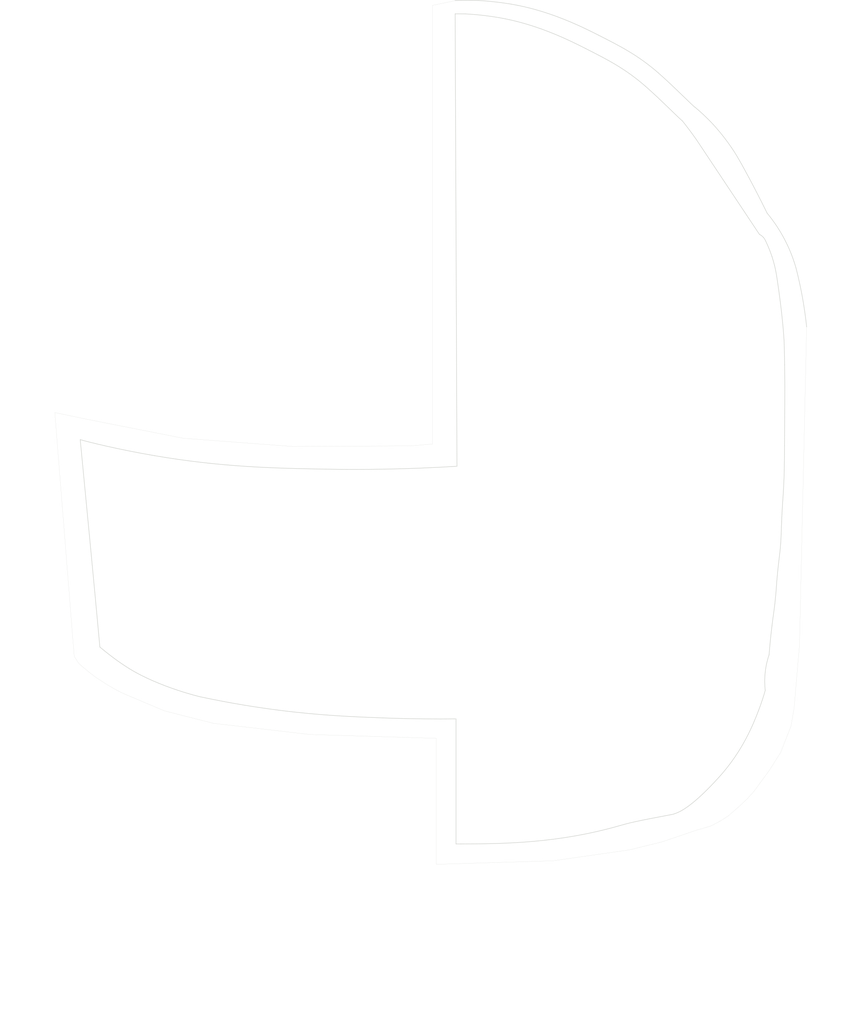
<source format=kicad_pcb>
(kicad_pcb (version 20171130) (host pcbnew "(5.1.9)-1")

  (general
    (thickness 1.6)
    (drawings 265)
    (tracks 0)
    (zones 0)
    (modules 0)
    (nets 1)
  )

  (page A0)
  (layers
    (0 F.Cu signal)
    (31 B.Cu signal)
    (32 B.Adhes user)
    (33 F.Adhes user)
    (34 B.Paste user)
    (35 F.Paste user)
    (36 B.SilkS user)
    (37 F.SilkS user)
    (38 B.Mask user)
    (39 F.Mask user)
    (40 Dwgs.User user hide)
    (41 Cmts.User user)
    (42 Eco1.User user)
    (43 Eco2.User user)
    (44 Edge.Cuts user)
    (45 Margin user)
    (46 B.CrtYd user)
    (47 F.CrtYd user)
    (48 B.Fab user)
    (49 F.Fab user)
  )

  (setup
    (last_trace_width 0.25)
    (trace_clearance 0.2)
    (zone_clearance 0.508)
    (zone_45_only no)
    (trace_min 0.2)
    (via_size 0.8)
    (via_drill 0.4)
    (via_min_size 0.4)
    (via_min_drill 0.3)
    (uvia_size 0.3)
    (uvia_drill 0.1)
    (uvias_allowed no)
    (uvia_min_size 0.2)
    (uvia_min_drill 0.1)
    (edge_width 0.05)
    (segment_width 0.2)
    (pcb_text_width 0.3)
    (pcb_text_size 1.5 1.5)
    (mod_edge_width 0.12)
    (mod_text_size 1 1)
    (mod_text_width 0.15)
    (pad_size 1.524 1.524)
    (pad_drill 0.762)
    (pad_to_mask_clearance 0)
    (aux_axis_origin 0 0)
    (visible_elements 7FFFFFFF)
    (pcbplotparams
      (layerselection 0x010fc_ffffffff)
      (usegerberextensions false)
      (usegerberattributes true)
      (usegerberadvancedattributes true)
      (creategerberjobfile true)
      (excludeedgelayer true)
      (linewidth 0.100000)
      (plotframeref false)
      (viasonmask false)
      (mode 1)
      (useauxorigin false)
      (hpglpennumber 1)
      (hpglpenspeed 20)
      (hpglpendiameter 15.000000)
      (psnegative false)
      (psa4output false)
      (plotreference true)
      (plotvalue true)
      (plotinvisibletext false)
      (padsonsilk false)
      (subtractmaskfromsilk false)
      (outputformat 1)
      (mirror false)
      (drillshape 1)
      (scaleselection 1)
      (outputdirectory ""))
  )

  (net 0 "")

  (net_class Default "This is the default net class."
    (clearance 0.2)
    (trace_width 0.25)
    (via_dia 0.8)
    (via_drill 0.4)
    (uvia_dia 0.3)
    (uvia_drill 0.1)
  )

  (gr_line (start 198.1 32.3) (end 199.462513 31.95767) (layer Edge.Cuts) (width 0.05) (tstamp 621FF338))
  (gr_line (start 196 32.7) (end 198.1 32.3) (layer Edge.Cuts) (width 0.05))
  (gr_line (start 194.1 33.1) (end 196 32.7) (layer Edge.Cuts) (width 0.05))
  (gr_line (start 192.7 33.4) (end 194.1 33.1) (layer Edge.Cuts) (width 0.05))
  (gr_line (start 191.2 33.7) (end 192.7 33.4) (layer Edge.Cuts) (width 0.05))
  (gr_line (start 263.4 342.7) (end 275.2 339.8) (layer Edge.Cuts) (width 0.05) (tstamp 621FF2E0))
  (gr_line (start 289.8 335) (end 288.5 335.3) (layer Edge.Cuts) (width 0.05) (tstamp 621FF2AA))
  (gr_line (start 293.3 333.9) (end 289.8 335) (layer Edge.Cuts) (width 0.05))
  (gr_line (start 296.7 332.1) (end 293.3 333.9) (layer Edge.Cuts) (width 0.05))
  (gr_line (start 299.5 330.3) (end 296.7 332.1) (layer Edge.Cuts) (width 0.05))
  (gr_line (start 303.3 327) (end 299.5 330.3) (layer Edge.Cuts) (width 0.05))
  (gr_line (start 306.5 324) (end 303.3 327) (layer Edge.Cuts) (width 0.05))
  (gr_line (start 309 321.2) (end 306.5 324) (layer Edge.Cuts) (width 0.05))
  (gr_line (start 314.5 313.7) (end 309 321.2) (layer Edge.Cuts) (width 0.05))
  (gr_line (start 318.7 307.1) (end 314.5 313.7) (layer Edge.Cuts) (width 0.05))
  (gr_line (start 322.5 297.4) (end 318.7 307.1) (layer Edge.Cuts) (width 0.05))
  (gr_line (start 323.6 291.1) (end 322.5 297.4) (layer Edge.Cuts) (width 0.05))
  (gr_line (start 325.6 267.9) (end 323.6 291.1) (layer Edge.Cuts) (width 0.05))
  (gr_line (start 61.6 274.4) (end 60 271.9) (layer Edge.Cuts) (width 0.05) (tstamp 621FF25D))
  (gr_line (start 62.8 275.5) (end 61.6 274.4) (layer Edge.Cuts) (width 0.05))
  (gr_line (start 63.9 276.4) (end 62.8 275.5) (layer Edge.Cuts) (width 0.05))
  (gr_line (start 65.1 277.4) (end 63.9 276.4) (layer Edge.Cuts) (width 0.05))
  (gr_line (start 66.1 278.2) (end 65.1 277.4) (layer Edge.Cuts) (width 0.05))
  (gr_line (start 67.4 279.2) (end 66.1 278.2) (layer Edge.Cuts) (width 0.05))
  (gr_line (start 68.4 279.9) (end 67.4 279.2) (layer Edge.Cuts) (width 0.05))
  (gr_line (start 71.8 282.1) (end 68.4 279.9) (layer Edge.Cuts) (width 0.05))
  (gr_line (start 72.8 282.7) (end 71.8 282.1) (layer Edge.Cuts) (width 0.05))
  (gr_line (start 74 283.4) (end 72.8 282.7) (layer Edge.Cuts) (width 0.05))
  (gr_line (start 74.9 283.9) (end 74 283.4) (layer Edge.Cuts) (width 0.05))
  (gr_line (start 75.8 284.4) (end 74.9 283.9) (layer Edge.Cuts) (width 0.05))
  (gr_line (start 76.8 284.9) (end 75.8 284.4) (layer Edge.Cuts) (width 0.05))
  (gr_line (start 77.6 285.3) (end 76.8 284.9) (layer Edge.Cuts) (width 0.05))
  (gr_line (start 79.2 286) (end 77.6 285.3) (layer Edge.Cuts) (width 0.05))
  (gr_curve (pts (xy 58.7 157.254166) (xy 61.961558 151.391744) (xy 66.381486 144.974705) (xy 68.225 143.143055)) (layer Cmts.User) (width 0.2))
  (gr_curve (pts (xy 37.533333 195.354166) (xy 38.372946 194.129704) (xy 39.275679 193.118741) (xy 40.143467 192.291186)) (layer Cmts.User) (width 0.2))
  (gr_curve (pts (xy 43.177778 264.145833) (xy 41.83025 261.906069) (xy 40.798638 259.754219) (xy 40.002778 257.795833)) (layer Cmts.User) (width 0.2))
  (gr_curve (pts (xy 69.636111 141.379166) (xy 70.300239 140.298591) (xy 70.574318 139.341037) (xy 70.694444 138.909722)) (layer Cmts.User) (width 0.2))
  (gr_curve (pts (xy 52.35 275.081944) (xy 49.548459 272.629467) (xy 46.134865 269.060886) (xy 43.177778 264.145833)) (layer Cmts.User) (width 0.2))
  (gr_curve (pts (xy 32.947222 227.456944) (xy 32.806081 219.937776) (xy 33.279954 213.173525) (xy 34.005555 207.348611)) (layer Cmts.User) (width 0.2))
  (gr_curve (pts (xy 79.161111 286.018055) (xy 76.010205 284.594197) (xy 72.378385 282.659626) (xy 68.577778 280.020833)) (layer Cmts.User) (width 0.2))
  (gr_curve (pts (xy 55.877778 275.081944) (xy 54.620393 275.141846) (xy 53.44034 275.133836) (xy 52.35 275.081944)) (layer Cmts.User) (width 0.2))
  (gr_curve (pts (xy 68.577778 280.020833) (xy 65.842587 278.121767) (xy 63.499599 276.190985) (xy 61.522222 274.376389)) (layer Cmts.User) (width 0.2))
  (gr_curve (pts (xy 44.588889 182.301389) (xy 45.877408 180.683626) (xy 47.745942 178.472004) (xy 50.233333 175.951389)) (layer Cmts.User) (width 0.2))
  (gr_curve (pts (xy 68.225 143.143055) (xy 68.40324 142.965956) (xy 69.034985 142.357208) (xy 69.636111 141.379166)) (layer Cmts.User) (width 0.2))
  (gr_curve (pts (xy 34.005555 207.348611) (xy 34.000592 204.78419) (xy 34.391751 199.935756) (xy 37.533333 195.354166)) (layer Cmts.User) (width 0.2))
  (gr_curve (pts (xy 61.522222 274.376389) (xy 59.879407 274.710929) (xy 57.98469 274.981563) (xy 55.877778 275.081944)) (layer Cmts.User) (width 0.2))
  (gr_curve (pts (xy 50.233333 175.951389) (xy 51.076649 173.779848) (xy 52.252159 170.87264) (xy 53.761111 167.484722)) (layer Cmts.User) (width 0.2))
  (gr_curve (pts (xy 34.711111 247.2125) (xy 33.791798 241.491316) (xy 33.086027 234.851626) (xy 32.947222 227.456944)) (layer Cmts.User) (width 0.2))
  (gr_curve (pts (xy 40.002778 257.795833) (xy 39.138758 257.063987) (xy 38.109202 256.027767) (xy 37.180555 254.620833)) (layer Cmts.User) (width 0.2))
  (gr_curve (pts (xy 37.180555 254.620833) (xy 35.252002 251.699048) (xy 34.820719 248.787662) (xy 34.711111 247.2125)) (layer Cmts.User) (width 0.2))
  (gr_curve (pts (xy 82.688889 306.126389) (xy 81.443767 299.35064) (xy 80.269054 292.646936) (xy 79.161111 286.018055)) (layer Cmts.User) (width 0.2))
  (gr_curve (pts (xy 53.761111 167.484722) (xy 55.604958 163.34488) (xy 56.78317 160.699542) (xy 58.7 157.254166)) (layer Cmts.User) (width 0.2))
  (gr_curve (pts (xy 40.143467 192.291186) (xy 40.313784 190.719178) (xy 40.766039 188.348113) (xy 42.119444 185.829167)) (layer Cmts.User) (width 0.2))
  (gr_curve (pts (xy 42.119444 185.829167) (xy 42.496499 185.127401) (xy 43.020961 184.269959) (xy 44.588889 182.301389)) (layer Cmts.User) (width 0.2))
  (gr_curve (pts (xy 85.158333 319.179167) (xy 84.319194 314.867673) (xy 83.495644 310.516625) (xy 82.688889 306.126389)) (layer Cmts.User) (width 0.2))
  (gr_curve (pts (xy 70.694444 138.909722) (xy 71.603627 135.645053) (xy 72.058207 134.012723) (xy 72.256278 132.268375)) (layer Cmts.User) (width 0.2))
  (gr_curve (pts (xy 199.811111 294.8375) (xy 199.874845 300.736451) (xy 199.946719 309.531241) (xy 199.943446 320.22809)) (layer Cmts.User) (width 0.2))
  (gr_curve (pts (xy 152.186111 203.468055) (xy 132.971306 203.128563) (xy 113.870469 202.713461) (xy 89.391666 198.529167)) (layer Cmts.User) (width 0.2))
  (gr_curve (pts (xy 104.561111 74.351389) (xy 109.90383 69.262434) (xy 114.890046 65.888784) (xy 120.083333 62.709722)) (layer Cmts.User) (width 0.2))
  (gr_curve (pts (xy 259.783333 337.7) (xy 263.032446 336.768963) (xy 264.886295 336.237751) (xy 267.544444 335.230555)) (layer Cmts.User) (width 0.2))
  (gr_curve (pts (xy 201.575 344.402778) (xy 217.32546 344.359822) (xy 237.187598 344.174755) (xy 259.783333 337.7)) (layer Cmts.User) (width 0.2))
  (gr_curve (pts (xy 173 294.484722) (xy 183.861912 294.888035) (xy 193.031723 294.911957) (xy 199.811111 294.8375)) (layer Cmts.User) (width 0.2))
  (gr_curve (pts (xy 134.9 291.6625) (xy 150.214849 293.611024) (xy 162.169481 294.082593) (xy 173 294.484722)) (layer Cmts.User) (width 0.2))
  (gr_curve (pts (xy 199.458333 32.018056) (xy 199.693526 88.815278) (xy 199.928696 145.6125) (xy 200.163889 202.409722)) (layer Cmts.User) (width 0.2))
  (gr_curve (pts (xy 120.083333 62.709722) (xy 143.628688 48.296476) (xy 167.002735 40.484734) (xy 167.002778 40.484723)) (layer Cmts.User) (width 0.2))
  (gr_curve (pts (xy 64.697222 264.145833) (xy 66.612975 266.091774) (xy 68.971509 268.292996) (xy 71.79582 270.560386)) (layer Cmts.User) (width 0.2))
  (gr_curve (pts (xy 105.972222 286.723611) (xy 117.646531 289.225741) (xy 127.5478 290.72707) (xy 134.9 291.6625)) (layer Cmts.User) (width 0.2))
  (gr_curve (pts (xy 167.002778 40.484723) (xy 175.235802 37.702793) (xy 186.205912 34.501217) (xy 199.458333 32.018056)) (layer Cmts.User) (width 0.2))
  (gr_curve (pts (xy 200.163889 202.409722) (xy 181.020182 203.58661) (xy 164.710777 203.689349) (xy 152.186111 203.468055)) (layer Cmts.User) (width 0.2))
  (gr_curve (pts (xy 199.811111 344.226389) (xy 199.728773 364.921034) (xy 199.728773 385.617316) (xy 199.811111 406.315278)) (layer Cmts.User) (width 0.2))
  (gr_curve (pts (xy 199.943446 320.22809) (xy 199.939742 332.30483) (xy 199.823169 341.195028) (xy 199.811111 344.226389)) (layer Cmts.User) (width 0.2))
  (gr_curve (pts (xy 80.219444 276.493055) (xy 91.185894 283.228045) (xy 105.972179 286.723611) (xy 105.972222 286.723611)) (layer Cmts.User) (width 0.2))
  (gr_curve (pts (xy 71.79582 270.560386) (xy 71.795841 270.560407) (xy 75.830952 273.797893) (xy 80.219444 276.493055)) (layer Cmts.User) (width 0.2))
  (gr_curve (pts (xy 57.641666 191.473611) (xy 59.993515 215.697681) (xy 62.345363 239.921752) (xy 64.697222 264.145833)) (layer Cmts.User) (width 0.2))
  (gr_curve (pts (xy 89.391666 198.529167) (xy 75.959799 196.233183) (xy 65.025023 193.504527) (xy 57.641666 191.473611)) (layer Cmts.User) (width 0.2))
  (gr_curve (pts (xy 77.75 115.273611) (xy 79.630462 110.561226) (xy 84.752996 98.624665) (xy 94.683333 85.640278)) (layer Cmts.User) (width 0.2))
  (gr_curve (pts (xy 94.683333 85.640278) (xy 97.242329 82.294256) (xy 100.07086 78.628356) (xy 104.561111 74.351389)) (layer Cmts.User) (width 0.2))
  (gr_curve (pts (xy 72.256278 132.268375) (xy 72.768586 127.756844) (xy 75.943672 119.800186) (xy 77.75 115.273611)) (layer Cmts.User) (width 0.2))
  (gr_curve (pts (xy 267.544444 335.230555) (xy 272.393631 333.393135) (xy 284.997643 328.45289) (xy 296.119444 316.180555)) (layer Cmts.User) (width 0.2))
  (gr_curve (pts (xy 315.522222 260.794444) (xy 316.013062 256.755802) (xy 316.17145 256.267589) (xy 316.580555 252.680555)) (layer Cmts.User) (width 0.2))
  (gr_curve (pts (xy 319.755555 210.7) (xy 320.070868 205.05323) (xy 320.078791 201.143208) (xy 320.108333 194.825)) (layer Cmts.User) (width 0.2))
  (gr_curve (pts (xy 312.347222 118.625) (xy 311.840965 118.059444) (xy 311.295348 117.73961) (xy 310.936111 117.566666)) (layer Cmts.User) (width 0.2))
  (gr_curve (pts (xy 318.697222 230.808333) (xy 318.913703 227.795748) (xy 318.880286 226.791589) (xy 319.05 222.694444)) (layer Cmts.User) (width 0.2))
  (gr_curve (pts (xy 313.052778 284.430555) (xy 312.853953 282.645587) (xy 312.759772 280.357204) (xy 313.052778 277.727778)) (layer Cmts.User) (width 0.2))
  (gr_curve (pts (xy 320.154885 165.313364) (xy 320.080299 160.748129) (xy 320.043006 158.465516) (xy 319.931944 156.195833)) (layer Cmts.User) (width 0.2))
  (gr_curve (pts (xy 316.580555 252.680555) (xy 317.19051 247.332303) (xy 317.008996 246.921152) (xy 317.638889 240.686111)) (layer Cmts.User) (width 0.2))
  (gr_curve (pts (xy 313.052778 119.683333) (xy 312.911227 119.387916) (xy 312.690095 119.00803) (xy 312.347222 118.625)) (layer Cmts.User) (width 0.2))
  (gr_curve (pts (xy 317.286111 133.088889) (xy 317.157652 132.25847) (xy 316.921103 130.794757) (xy 316.453604 128.909751)) (layer Cmts.User) (width 0.2))
  (gr_curve (pts (xy 319.05 222.694444) (xy 319.288056 216.947788) (xy 319.518791 214.940309) (xy 319.755555 210.7)) (layer Cmts.User) (width 0.2))
  (gr_curve (pts (xy 309.172222 111.569444) (xy 308.169139 108.533298) (xy 307.003319 105.347058) (xy 305.644444 102.044444)) (layer Cmts.User) (width 0.2))
  (gr_curve (pts (xy 296.119444 316.180555) (xy 304.770337 306.634777) (xy 308.59547 296.988338) (xy 310.583333 291.838889)) (layer Cmts.User) (width 0.2))
  (gr_curve (pts (xy 299.294444 88.638889) (xy 297.376775 85.276266) (xy 295.158263 81.720836) (xy 292.591666 78.055555)) (layer Cmts.User) (width 0.2))
  (gr_curve (pts (xy 305.644444 102.044444) (xy 303.613474 97.108344) (xy 301.449825 92.637724) (xy 299.294444 88.638889)) (layer Cmts.User) (width 0.2))
  (gr_curve (pts (xy 314.463889 271.377778) (xy 314.650656 268.984556) (xy 314.973591 265.308639) (xy 315.522222 260.794444)) (layer Cmts.User) (width 0.2))
  (gr_curve (pts (xy 310.936111 117.566666) (xy 310.348162 115.567591) (xy 309.760171 113.56852) (xy 309.172222 111.569444)) (layer Cmts.User) (width 0.2))
  (gr_curve (pts (xy 319.931944 156.195833) (xy 319.931944 156.195801) (xy 319.502298 147.414037) (xy 317.286111 133.088889)) (layer Cmts.User) (width 0.2))
  (gr_curve (pts (xy 310.583333 291.838889) (xy 311.730636 288.866826) (xy 312.524128 286.304235) (xy 313.052778 284.430555)) (layer Cmts.User) (width 0.2))
  (gr_curve (pts (xy 315.522222 125.680555) (xy 314.68347 123.136051) (xy 313.75773 121.095908) (xy 313.052778 119.683333)) (layer Cmts.User) (width 0.2))
  (gr_curve (pts (xy 316.453604 128.909751) (xy 316.211198 127.932383) (xy 315.907039 126.847915) (xy 315.522222 125.680555)) (layer Cmts.User) (width 0.2))
  (gr_curve (pts (xy 317.638889 240.686111) (xy 318.20031 235.128698) (xy 318.409557 234.811491) (xy 318.697222 230.808333)) (layer Cmts.User) (width 0.2))
  (gr_curve (pts (xy 313.052778 277.727778) (xy 313.335878 275.187321) (xy 313.901003 273.041027) (xy 314.463889 271.377778)) (layer Cmts.User) (width 0.2))
  (gr_curve (pts (xy 320.108333 194.825) (xy 320.158847 184.018263) (xy 320.331317 176.110046) (xy 320.154885 165.313364)) (layer Cmts.User) (width 0.2))
  (gr_curve (pts (xy 89.391666 328.351389) (xy 87.347218 324.65521) (xy 86.001542 321.425692) (xy 85.158333 319.179167)) (layer Cmts.User) (width 0.2))
  (gr_curve (pts (xy 94.330555 336.1125) (xy 91.226158 331.551624) (xy 90.173014 329.764007) (xy 89.391666 328.351389)) (layer Cmts.User) (width 0.2))
  (gr_curve (pts (xy 123.258333 371.390278) (xy 108.691716 355.347222) (xy 105.173197 351.127669) (xy 102.091667 347.048611)) (layer Cmts.User) (width 0.2))
  (gr_curve (pts (xy 155.713889 402.7875) (xy 153.825976 402.121046) (xy 152.061592 401.406081) (xy 150.422222 400.670833)) (layer Cmts.User) (width 0.2))
  (gr_curve (pts (xy 168.413889 405.9625) (xy 164.63225 405.386092) (xy 160.325429 404.415394) (xy 155.713889 402.7875)) (layer Cmts.User) (width 0.2))
  (gr_curve (pts (xy 102.091667 347.048611) (xy 98.886177 342.805481) (xy 95.628538 338.019468) (xy 94.330555 336.1125)) (layer Cmts.User) (width 0.2))
  (gr_curve (pts (xy 144.072222 393.968055) (xy 139.860464 389.494384) (xy 133.81262 383.014331) (xy 123.258333 371.390278)) (layer Cmts.User) (width 0.2))
  (gr_curve (pts (xy 199.811111 406.315278) (xy 189.383065 406.198101) (xy 178.889627 406.080236) (xy 168.413889 405.9625)) (layer Cmts.User) (width 0.2))
  (gr_curve (pts (xy 150.422222 400.670833) (xy 148.861077 399.033293) (xy 146.673807 396.73141) (xy 144.072222 393.968055)) (layer Cmts.User) (width 0.2))
  (gr_curve (pts (xy 345.155555 167.661111) (xy 345.932769 170.649344) (xy 346.159628 173.231238) (xy 346.213889 175.069444)) (layer Cmts.User) (width 0.2))
  (gr_curve (pts (xy 294.002778 77.35) (xy 294.917149 78.33857) (xy 297.622152 81.320236) (xy 300.705555 85.816666)) (layer Cmts.User) (width 0.2))
  (gr_curve (pts (xy 327.869444 323.236111) (xy 327.881674 323.454875) (xy 327.914532 324.465859) (xy 327.163889 325.352778)) (layer Cmts.User) (width 0.2))
  (gr_curve (pts (xy 324.341666 129.913889) (xy 324.839655 131.850151) (xy 325.312451 133.849684) (xy 325.752778 135.911111)) (layer Cmts.User) (width 0.2))
  (gr_curve (pts (xy 310.583333 341.933333) (xy 310.428304 343.385032) (xy 310.063856 345.368696) (xy 309.172222 347.577778)) (layer Cmts.User) (width 0.2))
  (gr_curve (pts (xy 319.402778 328.175) (xy 317.299288 328.75201) (xy 315.292822 329.214428) (xy 313.405555 329.586111)) (layer Cmts.User) (width 0.2))
  (gr_curve (pts (xy 199.811111 406.138889) (xy 199.811111 385.560192) (xy 199.811111 364.981474) (xy 199.811111 344.402778)) (layer Cmts.User) (width 0.2))
  (gr_curve (pts (xy 219.566667 406.138889) (xy 212.689653 406.39206) (xy 206.094836 406.369925) (xy 199.811111 406.138889)) (layer Cmts.User) (width 0.2))
  (gr_curve (pts (xy 268.602778 393.086111) (xy 257.875956 400.515976) (xy 247.403339 402.788533) (xy 241.438889 404.022222)) (layer Cmts.User) (width 0.2))
  (gr_curve (pts (xy 226.622222 405.786111) (xy 224.310606 405.932226) (xy 221.958381 406.050823) (xy 219.566667 406.138889)) (layer Cmts.User) (width 0.2))
  (gr_curve (pts (xy 241.438889 404.022222) (xy 237.817426 404.771315) (xy 232.765602 405.575616) (xy 226.622222 405.786111)) (layer Cmts.User) (width 0.2))
  (gr_curve (pts (xy 276.363889 386.736111) (xy 274.658954 388.375309) (xy 272.05528 390.694763) (xy 268.602778 393.086111)) (layer Cmts.User) (width 0.2))
  (gr_curve (pts (xy 306.35 352.516667) (xy 303.179952 358.436223) (xy 298.460257 365.836547) (xy 291.533333 373.330555)) (layer Cmts.User) (width 0.2))
  (gr_curve (pts (xy 331.044444 305.597222) (xy 329.709943 313.089271) (xy 328.599331 319.223587) (xy 327.869444 323.236111)) (layer Cmts.User) (width 0.2))
  (gr_curve (pts (xy 325.752778 135.911111) (xy 326.919502 141.373374) (xy 327.708558 146.57) (xy 328.222222 151.433333)) (layer Cmts.User) (width 0.2))
  (gr_curve (pts (xy 335.630555 156.019444) (xy 339.668035 158.368623) (xy 340.66806 158.71057) (xy 341.980555 160.252778)) (layer Cmts.User) (width 0.2))
  (gr_curve (pts (xy 345.508333 206.466667) (xy 344.836927 214.399989) (xy 343.751765 225.562077) (xy 341.980555 238.922222)) (layer Cmts.User) (width 0.2))
  (gr_curve (pts (xy 307.055555 96.752778) (xy 308.840459 100.089051) (xy 311.14863 104.50871) (xy 313.758333 109.805555)) (layer Cmts.User) (width 0.2))
  (gr_curve (pts (xy 312.347222 335.936111) (xy 311.832266 338.170772) (xy 311.215853 340.176657) (xy 310.583333 341.933333)) (layer Cmts.User) (width 0.2))
  (gr_curve (pts (xy 309.172222 347.577778) (xy 308.303972 349.729003) (xy 307.2257 351.375737) (xy 306.35 352.516667)) (layer Cmts.User) (width 0.2))
  (gr_curve (pts (xy 328.222222 151.433333) (xy 331.258385 153.426988) (xy 333.814559 154.962823) (xy 335.630555 156.019444)) (layer Cmts.User) (width 0.2))
  (gr_curve (pts (xy 325.047222 326.411111) (xy 323.300645 327.025092) (xy 321.417125 327.62245) (xy 319.402778 328.175)) (layer Cmts.User) (width 0.2))
  (gr_curve (pts (xy 341.980555 160.252778) (xy 343.778034 162.36489) (xy 344.363356 164.615313) (xy 345.155555 167.661111)) (layer Cmts.User) (width 0.2))
  (gr_curve (pts (xy 291.533333 373.330555) (xy 286.227886 379.070343) (xy 280.931999 383.453947) (xy 276.363889 386.736111)) (layer Cmts.User) (width 0.2))
  (gr_curve (pts (xy 313.758333 109.805555) (xy 316.121023 112.659306) (xy 318.841313 116.522151) (xy 321.166666 121.447222)) (layer Cmts.User) (width 0.2))
  (gr_curve (pts (xy 199.811111 344.402778) (xy 200.107475 344.403617) (xy 200.757457 344.405017) (xy 201.575 344.402778)) (layer Cmts.User) (width 0.2))
  (gr_curve (pts (xy 341.980555 238.922222) (xy 340.627365 249.129157) (xy 339.407844 256.590265) (xy 337.394444 268.908333)) (layer Cmts.User) (width 0.2))
  (gr_curve (pts (xy 292.591666 78.055555) (xy 290.820026 75.52551) (xy 289.045156 73.175384) (xy 287.3 71)) (layer Cmts.User) (width 0.2))
  (gr_curve (pts (xy 327.163889 325.352778) (xy 326.352784 326.311139) (xy 325.241052 326.399032) (xy 325.047222 326.411111)) (layer Cmts.User) (width 0.2))
  (gr_curve (pts (xy 313.405555 329.586111) (xy 313.206989 331.491766) (xy 312.878973 333.628672) (xy 312.347222 335.936111)) (layer Cmts.User) (width 0.2))
  (gr_curve (pts (xy 337.394444 268.908333) (xy 335.332382 281.524014) (xy 333.463289 292.017388) (xy 331.044444 305.597222)) (layer Cmts.User) (width 0.2))
  (gr_curve (pts (xy 346.213889 175.069444) (xy 346.46172 179.072258) (xy 346.594787 183.31317) (xy 346.566667 187.769444)) (layer Cmts.User) (width 0.2))
  (gr_curve (pts (xy 300.705555 85.816666) (xy 301.835547 87.464472) (xy 303.291056 89.716332) (xy 307.055555 96.752778)) (layer Cmts.User) (width 0.2))
  (gr_curve (pts (xy 321.166666 121.447222) (xy 322.610764 124.505821) (xy 323.622417 127.380753) (xy 324.341666 129.913889)) (layer Cmts.User) (width 0.2))
  (gr_curve (pts (xy 346.566667 187.769444) (xy 346.524249 194.489738) (xy 346.121302 200.745117) (xy 345.508333 206.466667)) (layer Cmts.User) (width 0.2))
  (gr_curve (pts (xy 287.3 71) (xy 289.204578 72.579283) (xy 291.535486 74.682546) (xy 294.002778 77.35)) (layer Cmts.User) (width 0.2))
  (gr_line (start 191.2 194.2) (end 191.2 33.7) (layer Edge.Cuts) (width 0.05))
  (gr_line (start 183.2 194.9) (end 191.2 194.2) (layer Edge.Cuts) (width 0.05))
  (gr_line (start 139.8 195.1) (end 183.2 194.9) (layer Edge.Cuts) (width 0.05))
  (gr_line (start 99.9 192.1) (end 139.8 195.1) (layer Edge.Cuts) (width 0.05))
  (gr_line (start 64.9 185.2) (end 99.9 192.1) (layer Edge.Cuts) (width 0.05))
  (gr_line (start 52.9 182.7) (end 64.9 185.2) (layer Edge.Cuts) (width 0.05))
  (gr_line (start 60 271.9) (end 52.9 182.7) (layer Edge.Cuts) (width 0.05))
  (gr_line (start 92.9 291.8) (end 79.2 286) (layer Edge.Cuts) (width 0.05))
  (gr_line (start 110.9 296.4) (end 92.9 291.8) (layer Edge.Cuts) (width 0.05))
  (gr_line (start 146.4 300.5) (end 110.9 296.4) (layer Edge.Cuts) (width 0.05))
  (gr_line (start 192.6 301.9) (end 146.4 300.5) (layer Edge.Cuts) (width 0.05))
  (gr_line (start 192.6 348) (end 192.6 301.9) (layer Edge.Cuts) (width 0.05))
  (gr_line (start 235.4 346.7) (end 192.6 348) (layer Edge.Cuts) (width 0.05))
  (gr_line (start 263.4 342.7) (end 235.4 346.7) (layer Edge.Cuts) (width 0.05))
  (gr_line (start 288.5 335.3) (end 275.2 339.8) (layer Edge.Cuts) (width 0.05))
  (gr_line (start 328.226402 151.372947) (end 325.6 267.9) (layer Edge.Cuts) (width 0.05))
  (gr_line (start 199.815291 294.777114) (end 199.815291 340.542392) (layer Edge.Cuts) (width 0.2) (tstamp 621FC02A))
  (gr_curve (pts (xy 287.895846 82.895169) (xy 286.124206 80.365124) (xy 284.349336 78.014998) (xy 282.60418 75.839614)) (layer Edge.Cuts) (width 0.2) (tstamp 621FB73F))
  (gr_line (start 203.248611 36.834723) (end 199.5 36.8) (layer Edge.Cuts) (width 0.2))
  (gr_line (start 287.895846 82.895169) (end 310.940291 117.50628) (layer Edge.Cuts) (width 0.2) (tstamp 621FB7AA))
  (gr_curve (pts (xy 201.57918 340.542392) (xy 217.32964 340.499436) (xy 237.191778 340.314369) (xy 259.787513 333.839614)) (layer Edge.Cuts) (width 0.2) (tstamp 621FBD15))
  (gr_curve (pts (xy 69.4 268.5) (xy 71.800021 270.500021) (xy 75.835132 273.737507) (xy 80.223624 276.432669)) (layer Edge.Cuts) (width 0.2))
  (gr_curve (pts (xy 319.05418 222.634058) (xy 319.292236 216.887402) (xy 319.522971 214.879923) (xy 319.759735 210.639614)) (layer Edge.Cuts) (width 0.2))
  (gr_curve (pts (xy 279.2 329.7) (xy 280.7 329.2) (xy 285.001823 328.392504) (xy 296.123624 316.120169)) (layer Edge.Cuts) (width 0.2))
  (gr_curve (pts (xy 199.5 36.8) (xy 199.697706 88.754892) (xy 199.932876 145.552114) (xy 200.168069 202.349336)) (layer Edge.Cuts) (width 0.2))
  (gr_curve (pts (xy 80.223624 276.432669) (xy 91.190074 283.167659) (xy 105.976359 286.663225) (xy 105.976402 286.663225)) (layer Edge.Cuts) (width 0.2))
  (gr_curve (pts (xy 105.976402 286.663225) (xy 117.650711 289.165355) (xy 127.55198 290.666684) (xy 134.90418 291.602114)) (layer Edge.Cuts) (width 0.2))
  (gr_curve (pts (xy 310.587513 291.778503) (xy 311.734816 288.80644) (xy 312.528308 286.243849) (xy 313.056958 284.370169)) (layer Edge.Cuts) (width 0.2))
  (gr_curve (pts (xy 317.643069 240.625725) (xy 318.20449 235.068312) (xy 318.413737 234.751105) (xy 318.701402 230.747947)) (layer Edge.Cuts) (width 0.2))
  (gr_curve (pts (xy 313.056958 284.370169) (xy 312.858133 282.585201) (xy 312.763952 280.296818) (xy 313.056958 277.667392)) (layer Edge.Cuts) (width 0.2))
  (gr_curve (pts (xy 313.056958 277.667392) (xy 313.340058 275.126935) (xy 313.905183 272.980641) (xy 314.468069 271.317392)) (layer Edge.Cuts) (width 0.2))
  (gr_curve (pts (xy 89.395846 198.468781) (xy 75.963979 196.172797) (xy 65.029203 193.444141) (xy 62.2 192.6)) (layer Edge.Cuts) (width 0.2))
  (gr_curve (pts (xy 134.90418 291.602114) (xy 150.219029 293.550638) (xy 162.173661 294.022207) (xy 173.00418 294.424336)) (layer Edge.Cuts) (width 0.2))
  (gr_curve (pts (xy 296.123624 316.120169) (xy 304.774517 306.574391) (xy 308.59965 296.927952) (xy 310.587513 291.778503)) (layer Edge.Cuts) (width 0.2))
  (gr_curve (pts (xy 316.584735 252.620169) (xy 317.19469 247.271917) (xy 317.013176 246.860766) (xy 317.643069 240.625725)) (layer Edge.Cuts) (width 0.2))
  (gr_curve (pts (xy 200.168069 202.349336) (xy 181.024362 203.526224) (xy 164.714957 203.628963) (xy 152.190291 203.407669)) (layer Edge.Cuts) (width 0.2))
  (gr_curve (pts (xy 318.701402 230.747947) (xy 318.917883 227.735362) (xy 318.884466 226.731203) (xy 319.05418 222.634058)) (layer Edge.Cuts) (width 0.2))
  (gr_curve (pts (xy 320.112513 194.764614) (xy 320.163027 183.957877) (xy 320.335497 176.04966) (xy 320.159065 165.252978)) (layer Edge.Cuts) (width 0.2))
  (gr_curve (pts (xy 319.936124 156.135447) (xy 319.936124 156.135415) (xy 319.506478 147.353651) (xy 317.290291 133.028503)) (layer Edge.Cuts) (width 0.2))
  (gr_curve (pts (xy 315.526402 125.620169) (xy 314.68765 123.075665) (xy 313.76191 121.035522) (xy 313.056958 119.622947)) (layer Edge.Cuts) (width 0.2))
  (gr_curve (pts (xy 314.468069 271.317392) (xy 314.654836 268.92417) (xy 314.977771 265.248253) (xy 315.526402 260.734058)) (layer Edge.Cuts) (width 0.2))
  (gr_curve (pts (xy 313.056958 119.622947) (xy 312.915407 119.32753) (xy 312.694275 118.947644) (xy 312.351402 118.564614)) (layer Edge.Cuts) (width 0.2))
  (gr_curve (pts (xy 312.351402 118.564614) (xy 311.845145 117.999058) (xy 311.299528 117.679224) (xy 310.940291 117.50628)) (layer Edge.Cuts) (width 0.2))
  (gr_curve (pts (xy 152.190291 203.407669) (xy 132.975486 203.068177) (xy 113.874649 202.653075) (xy 89.395846 198.468781)) (layer Edge.Cuts) (width 0.2))
  (gr_curve (pts (xy 319.759735 210.639614) (xy 320.075048 204.992844) (xy 320.082971 201.082822) (xy 320.112513 194.764614)) (layer Edge.Cuts) (width 0.2))
  (gr_curve (pts (xy 173.00418 294.424336) (xy 183.866092 294.827649) (xy 193.035903 294.851571) (xy 199.815291 294.777114)) (layer Edge.Cuts) (width 0.2))
  (gr_curve (pts (xy 320.159065 165.252978) (xy 320.084479 160.687743) (xy 320.047186 158.40513) (xy 319.936124 156.135447)) (layer Edge.Cuts) (width 0.2))
  (gr_curve (pts (xy 317.290291 133.028503) (xy 317.161832 132.198084) (xy 316.925283 130.734371) (xy 316.457784 128.849365)) (layer Edge.Cuts) (width 0.2))
  (gr_curve (pts (xy 316.457784 128.849365) (xy 316.215378 127.871997) (xy 315.911219 126.787529) (xy 315.526402 125.620169)) (layer Edge.Cuts) (width 0.2))
  (gr_curve (pts (xy 315.526402 260.734058) (xy 316.017242 256.695416) (xy 316.17563 256.207203) (xy 316.584735 252.620169)) (layer Edge.Cuts) (width 0.2))
  (gr_curve (pts (xy 199.815291 340.542392) (xy 200.111655 340.543231) (xy 200.761637 340.544631) (xy 201.57918 340.542392)) (layer Edge.Cuts) (width 0.2) (tstamp 621FBD17))
  (gr_curve (pts (xy 259.787513 333.839614) (xy 263.036626 332.908577) (xy 264.890475 332.377365) (xy 279.2 329.7)) (layer Edge.Cuts) (width 0.2) (tstamp 621FBD16))
  (gr_curve (pts (xy 62.2 192.6) (xy 64.651849 218.12407) (xy 67.003697 242.348141) (xy 69.4 268.5)) (layer Edge.Cuts) (width 0.2) (tstamp 621FBD5A))
  (gr_curve (pts (xy 282.60418 75.839614) (xy 282.520261 76.071968) (xy 274.475575 67.895594) (xy 269.222235 63.33267)) (layer Edge.Cuts) (width 0.2) (tstamp 621FB72B))
  (gr_curve (pts (xy 217.7125 38.598612) (xy 210.597107 37.185143) (xy 204.070912 36.871433) (xy 203.248611 36.834723)) (layer Edge.Cuts) (width 0.2) (tstamp 621FB72C))
  (gr_curve (pts (xy 269.222235 63.33267) (xy 261.812909 56.861121) (xy 255.281051 53.556554) (xy 247.345833 49.534722)) (layer Edge.Cuts) (width 0.2) (tstamp 621FB72E))
  (gr_curve (pts (xy 247.345833 49.534722) (xy 241.578829 46.611806) (xy 230.696268 41.177836) (xy 217.7125 38.598612)) (layer Edge.Cuts) (width 0.2) (tstamp 621FB72F))
  (gr_curve (pts (xy 252.045833 44.634722) (xy 246.278829 41.711806) (xy 235.396268 36.277836) (xy 222.4125 33.698612)) (layer Edge.Cuts) (width 0.2))
  (gr_curve (pts (xy 273.922235 58.43267) (xy 266.512909 51.961121) (xy 259.981051 48.656554) (xy 252.045833 44.634722)) (layer Edge.Cuts) (width 0.2))
  (gr_curve (pts (xy 207.948611 31.934723) (xy 204.592399 31.784893) (xy 201.710146 31.835026) (xy 199.462513 31.95767)) (layer Edge.Cuts) (width 0.2))
  (gr_curve (pts (xy 222.4125 33.698612) (xy 215.297107 32.285143) (xy 208.770912 31.971433) (xy 207.948611 31.934723)) (layer Edge.Cuts) (width 0.2))
  (gr_curve (pts (xy 287.30418 70.939614) (xy 287.220261 71.171968) (xy 279.175575 62.995594) (xy 273.922235 58.43267)) (layer Edge.Cuts) (width 0.2))
  (gr_curve (pts (xy 200.068056 344.145834) (xy 218.938157 344.455634) (xy 233.65834 343.000985) (xy 241.926224 341.609899)) (layer Dwgs.User) (width 0.2))
  (gr_curve (pts (xy 259.863889 337.619445) (xy 263.113002 336.688408) (xy 264.966851 336.157196) (xy 267.625 335.15)) (layer Dwgs.User) (width 0.2))
  (gr_curve (pts (xy 241.926224 341.609899) (xy 249.412805 340.350264) (xy 258.502431 338.00958) (xy 259.863889 337.619445)) (layer Dwgs.User) (width 0.2))
  (gr_curve (pts (xy 200.068056 294.756945) (xy 200.111421 302.609136) (xy 200.134116 310.462382) (xy 200.136118 318.316661)) (layer Dwgs.User) (width 0.2))
  (gr_curve (pts (xy 274.151389 58.395834) (xy 266.746243 51.963899) (xy 260.214385 48.659332) (xy 252.279167 44.6375)) (layer Dwgs.User) (width 0.2))
  (gr_curve (pts (xy 287.486794 71.096856) (xy 287.449415 71.135132) (xy 279.404729 62.958758) (xy 274.151389 58.395834)) (layer Dwgs.User) (width 0.2))
  (gr_curve (pts (xy 318.777778 230.727778) (xy 318.994259 227.715193) (xy 318.960842 226.711034) (xy 319.130556 222.613889)) (layer Dwgs.User) (width 0.2))
  (gr_curve (pts (xy 313.133334 277.647223) (xy 313.416434 275.106766) (xy 313.981559 272.960472) (xy 314.544445 271.297223)) (layer Dwgs.User) (width 0.2))
  (gr_curve (pts (xy 152.443056 203.3875) (xy 133.228251 203.048008) (xy 114.127414 202.632906) (xy 89.648611 198.448612)) (layer Dwgs.User) (width 0.2))
  (gr_curve (pts (xy 299.375 88.558334) (xy 297.457331 85.195711) (xy 295.238819 81.640281) (xy 292.672223 77.975)) (layer Dwgs.User) (width 0.2))
  (gr_curve (pts (xy 252.279167 44.6375) (xy 246.512163 41.714584) (xy 235.629602 36.280614) (xy 222.645834 33.70139)) (layer Dwgs.User) (width 0.2))
  (gr_curve (pts (xy 320.0125 156.115278) (xy 320.0125 156.115246) (xy 319.582854 147.333482) (xy 317.366667 133.008334)) (layer Dwgs.User) (width 0.2))
  (gr_curve (pts (xy 316.661111 252.6) (xy 317.271066 247.251748) (xy 317.089552 246.840597) (xy 317.719445 240.605556)) (layer Dwgs.User) (width 0.2))
  (gr_curve (pts (xy 128.101389 290.523611) (xy 147.429753 293.351044) (xy 162.583522 293.986406) (xy 173.256945 294.404167)) (layer Dwgs.User) (width 0.2))
  (gr_curve (pts (xy 316.53416 128.829196) (xy 316.291754 127.851828) (xy 315.987595 126.76736) (xy 315.602778 125.6)) (layer Dwgs.User) (width 0.2))
  (gr_curve (pts (xy 106.229167 286.643056) (xy 111.472279 287.739737) (xy 118.991308 289.190962) (xy 128.101389 290.523611)) (layer Dwgs.User) (width 0.2))
  (gr_curve (pts (xy 64.954167 264.065278) (xy 66.86992 266.011219) (xy 69.228454 268.212441) (xy 72.052765 270.479831)) (layer Dwgs.User) (width 0.2))
  (gr_curve (pts (xy 208.181945 31.937501) (xy 204.825733 31.787671) (xy 201.94348 31.837804) (xy 199.715278 31.937501)) (layer Dwgs.User) (width 0.2))
  (gr_curve (pts (xy 313.133334 284.35) (xy 312.934509 282.565032) (xy 312.840328 280.276649) (xy 313.133334 277.647223)) (layer Dwgs.User) (width 0.2))
  (gr_curve (pts (xy 173.256945 294.404167) (xy 180.094146 294.671765) (xy 189.230862 294.893112) (xy 200.068056 294.756945)) (layer Dwgs.User) (width 0.2))
  (gr_curve (pts (xy 309.252778 111.488889) (xy 308.249696 108.452743) (xy 307.083875 105.266503) (xy 305.725 101.963889)) (layer Dwgs.User) (width 0.2))
  (gr_curve (pts (xy 310.663889 291.758334) (xy 311.811192 288.786271) (xy 312.604684 286.22368) (xy 313.133334 284.35)) (layer Dwgs.User) (width 0.2))
  (gr_curve (pts (xy 292.672223 77.975) (xy 290.900582 75.444955) (xy 289.125712 73.094829) (xy 287.380556 70.919445)) (layer Dwgs.User) (width 0.2))
  (gr_curve (pts (xy 80.476389 276.4125) (xy 91.442839 283.14749) (xy 106.229124 286.643056) (xy 106.229167 286.643056)) (layer Dwgs.User) (width 0.2))
  (gr_curve (pts (xy 287.38047 70.919326) (xy 287.38047 70.919326) (xy 287.491746 71.091799) (xy 287.486794 71.096856)) (layer Dwgs.User) (width 0.2))
  (gr_curve (pts (xy 72.052765 270.479831) (xy 72.052786 270.479852) (xy 76.087897 273.717338) (xy 80.476389 276.4125)) (layer Dwgs.User) (width 0.2))
  (gr_curve (pts (xy 320.188889 194.744445) (xy 320.239403 183.937708) (xy 320.411873 176.029491) (xy 320.235441 165.232809)) (layer Dwgs.User) (width 0.2))
  (gr_curve (pts (xy 287.380556 70.919445) (xy 287.38047 70.919364) (xy 287.38047 70.919326) (xy 287.38047 70.919326)) (layer Dwgs.User) (width 0.2))
  (gr_curve (pts (xy 311.016667 117.486111) (xy 310.428718 115.487036) (xy 309.840727 113.487965) (xy 309.252778 111.488889)) (layer Dwgs.User) (width 0.2))
  (gr_curve (pts (xy 267.625 335.15) (xy 272.474188 333.31258) (xy 285.078199 328.372335) (xy 296.2 316.1)) (layer Dwgs.User) (width 0.2))
  (gr_curve (pts (xy 315.602778 260.713889) (xy 316.093618 256.675247) (xy 316.252006 256.187034) (xy 316.661111 252.6)) (layer Dwgs.User) (width 0.2))
  (gr_curve (pts (xy 200.136118 318.316661) (xy 200.138314 326.927526) (xy 200.11562 335.537251) (xy 200.068056 344.145834)) (layer Dwgs.User) (width 0.2))
  (gr_curve (pts (xy 320.235441 165.232809) (xy 320.160855 160.667574) (xy 320.123562 158.384961) (xy 320.0125 156.115278)) (layer Dwgs.User) (width 0.2))
  (gr_curve (pts (xy 314.544445 271.297223) (xy 314.731212 268.904001) (xy 315.054147 265.228084) (xy 315.602778 260.713889)) (layer Dwgs.User) (width 0.2))
  (gr_curve (pts (xy 57.898611 191.393056) (xy 60.25046 215.617126) (xy 62.602308 239.841197) (xy 64.954167 264.065278)) (layer Dwgs.User) (width 0.2))
  (gr_curve (pts (xy 89.648611 198.448612) (xy 76.216744 196.152628) (xy 65.281968 193.423972) (xy 57.898611 191.393056)) (layer Dwgs.User) (width 0.2))
  (gr_curve (pts (xy 317.719445 240.605556) (xy 318.280866 235.048143) (xy 318.490113 234.730936) (xy 318.777778 230.727778)) (layer Dwgs.User) (width 0.2))
  (gr_curve (pts (xy 312.427778 118.544445) (xy 311.921521 117.978889) (xy 311.375904 117.659055) (xy 311.016667 117.486111)) (layer Dwgs.User) (width 0.2))
  (gr_curve (pts (xy 200.420834 202.329167) (xy 181.277127 203.506055) (xy 164.967722 203.608794) (xy 152.443056 203.3875)) (layer Dwgs.User) (width 0.2))
  (gr_curve (pts (xy 199.715278 31.937501) (xy 199.950471 88.734723) (xy 200.185641 145.531945) (xy 200.420834 202.329167)) (layer Dwgs.User) (width 0.2))
  (gr_curve (pts (xy 222.645834 33.70139) (xy 215.530441 32.287921) (xy 209.004246 31.974211) (xy 208.181945 31.937501)) (layer Dwgs.User) (width 0.2))
  (gr_curve (pts (xy 313.133334 119.602778) (xy 312.991783 119.307361) (xy 312.770651 118.927475) (xy 312.427778 118.544445)) (layer Dwgs.User) (width 0.2))
  (gr_curve (pts (xy 315.602778 125.6) (xy 314.764027 123.055496) (xy 313.838286 121.015353) (xy 313.133334 119.602778)) (layer Dwgs.User) (width 0.2))
  (gr_curve (pts (xy 317.366667 133.008334) (xy 317.238208 132.177915) (xy 317.001659 130.714202) (xy 316.53416 128.829196)) (layer Dwgs.User) (width 0.2))
  (gr_curve (pts (xy 319.836112 210.619445) (xy 320.151424 204.972675) (xy 320.159348 201.062653) (xy 320.188889 194.744445)) (layer Dwgs.User) (width 0.2))
  (gr_curve (pts (xy 319.130556 222.613889) (xy 319.368612 216.867233) (xy 319.599347 214.859754) (xy 319.836112 210.619445)) (layer Dwgs.User) (width 0.2))
  (gr_curve (pts (xy 305.725 101.963889) (xy 303.69403 97.027789) (xy 301.530381 92.557169) (xy 299.375 88.558334)) (layer Dwgs.User) (width 0.2))
  (gr_curve (pts (xy 296.2 316.1) (xy 304.850894 306.554222) (xy 308.676026 296.907783) (xy 310.663889 291.758334)) (layer Dwgs.User) (width 0.2))
  (gr_curve (pts (xy 300.709735 85.75628) (xy 301.839727 87.404086) (xy 303.295236 89.655946) (xy 307.059735 96.692392)) (layer Edge.Cuts) (width 0.2))
  (gr_curve (pts (xy 324.345846 129.853503) (xy 324.843835 131.789765) (xy 325.316631 133.789298) (xy 325.756958 135.850725)) (layer Edge.Cuts) (width 0.2))
  (gr_curve (pts (xy 321.170846 121.386836) (xy 322.614944 124.445435) (xy 323.626597 127.320367) (xy 324.345846 129.853503)) (layer Edge.Cuts) (width 0.2))
  (gr_curve (pts (xy 307.059735 96.692392) (xy 308.844639 100.028665) (xy 311.15281 104.448324) (xy 313.762513 109.745169)) (layer Edge.Cuts) (width 0.2))
  (gr_curve (pts (xy 294.006958 77.289614) (xy 294.921329 78.278184) (xy 297.626332 81.25985) (xy 300.709735 85.75628)) (layer Edge.Cuts) (width 0.2))
  (gr_curve (pts (xy 287.30418 70.939614) (xy 289.208758 72.518897) (xy 291.539666 74.62216) (xy 294.006958 77.289614)) (layer Edge.Cuts) (width 0.2))
  (gr_curve (pts (xy 325.756958 135.850725) (xy 326.923682 141.312988) (xy 327.712738 146.509614) (xy 328.226402 151.372947)) (layer Edge.Cuts) (width 0.2))
  (gr_curve (pts (xy 313.762513 109.745169) (xy 316.125203 112.59892) (xy 318.845493 116.461765) (xy 321.170846 121.386836)) (layer Edge.Cuts) (width 0.2))

)

</source>
